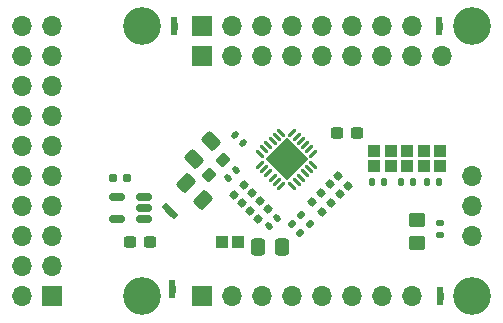
<source format=gbr>
%TF.GenerationSoftware,KiCad,Pcbnew,8.0.1*%
%TF.CreationDate,2024-04-07T09:18:40-04:00*%
%TF.ProjectId,tac5212_audio_board_single_ended,74616335-3231-4325-9f61-7564696f5f62,rev?*%
%TF.SameCoordinates,Original*%
%TF.FileFunction,Soldermask,Top*%
%TF.FilePolarity,Negative*%
%FSLAX46Y46*%
G04 Gerber Fmt 4.6, Leading zero omitted, Abs format (unit mm)*
G04 Created by KiCad (PCBNEW 8.0.1) date 2024-04-07 09:18:40*
%MOMM*%
%LPD*%
G01*
G04 APERTURE LIST*
G04 Aperture macros list*
%AMRoundRect*
0 Rectangle with rounded corners*
0 $1 Rounding radius*
0 $2 $3 $4 $5 $6 $7 $8 $9 X,Y pos of 4 corners*
0 Add a 4 corners polygon primitive as box body*
4,1,4,$2,$3,$4,$5,$6,$7,$8,$9,$2,$3,0*
0 Add four circle primitives for the rounded corners*
1,1,$1+$1,$2,$3*
1,1,$1+$1,$4,$5*
1,1,$1+$1,$6,$7*
1,1,$1+$1,$8,$9*
0 Add four rect primitives between the rounded corners*
20,1,$1+$1,$2,$3,$4,$5,0*
20,1,$1+$1,$4,$5,$6,$7,0*
20,1,$1+$1,$6,$7,$8,$9,0*
20,1,$1+$1,$8,$9,$2,$3,0*%
%AMRotRect*
0 Rectangle, with rotation*
0 The origin of the aperture is its center*
0 $1 length*
0 $2 width*
0 $3 Rotation angle, in degrees counterclockwise*
0 Add horizontal line*
21,1,$1,$2,0,0,$3*%
G04 Aperture macros list end*
%ADD10C,0.010000*%
%ADD11RoundRect,0.135000X-0.185000X0.135000X-0.185000X-0.135000X0.185000X-0.135000X0.185000X0.135000X0*%
%ADD12RoundRect,0.160000X-0.197500X-0.160000X0.197500X-0.160000X0.197500X0.160000X-0.197500X0.160000X0*%
%ADD13RoundRect,0.250000X-0.450000X0.350000X-0.450000X-0.350000X0.450000X-0.350000X0.450000X0.350000X0*%
%ADD14RoundRect,0.237500X-0.044194X-0.380070X0.380070X0.044194X0.044194X0.380070X-0.380070X-0.044194X0*%
%ADD15RoundRect,0.250000X-0.097227X0.574524X-0.574524X0.097227X0.097227X-0.574524X0.574524X-0.097227X0*%
%ADD16RoundRect,0.250000X0.337500X0.475000X-0.337500X0.475000X-0.337500X-0.475000X0.337500X-0.475000X0*%
%ADD17RoundRect,0.250000X0.574524X0.097227X0.097227X0.574524X-0.574524X-0.097227X-0.097227X-0.574524X0*%
%ADD18RoundRect,0.237500X-0.300000X-0.237500X0.300000X-0.237500X0.300000X0.237500X-0.300000X0.237500X0*%
%ADD19RoundRect,0.160000X0.252791X-0.026517X-0.026517X0.252791X-0.252791X0.026517X0.026517X-0.252791X0*%
%ADD20RoundRect,0.135000X-0.226274X-0.035355X-0.035355X-0.226274X0.226274X0.035355X0.035355X0.226274X0*%
%ADD21R,1.000000X1.000000*%
%ADD22R,1.700000X1.700000*%
%ADD23O,1.700000X1.700000*%
%ADD24C,3.200000*%
%ADD25RoundRect,0.160000X-0.026517X-0.252791X0.252791X0.026517X0.026517X0.252791X-0.252791X-0.026517X0*%
%ADD26RoundRect,0.140000X0.219203X0.021213X0.021213X0.219203X-0.219203X-0.021213X-0.021213X-0.219203X0*%
%ADD27RoundRect,0.150000X0.512500X0.150000X-0.512500X0.150000X-0.512500X-0.150000X0.512500X-0.150000X0*%
%ADD28R,0.508000X0.500000*%
%ADD29R,0.508000X0.508000*%
%ADD30RoundRect,0.140000X-0.021213X0.219203X-0.219203X0.021213X0.021213X-0.219203X0.219203X-0.021213X0*%
%ADD31RotRect,0.508000X0.508000X315.000000*%
%ADD32RoundRect,0.135000X-0.135000X-0.185000X0.135000X-0.185000X0.135000X0.185000X-0.135000X0.185000X0*%
%ADD33RoundRect,0.135000X0.135000X0.185000X-0.135000X0.185000X-0.135000X-0.185000X0.135000X-0.185000X0*%
%ADD34RoundRect,0.062500X-0.220971X-0.309359X0.309359X0.220971X0.220971X0.309359X-0.309359X-0.220971X0*%
%ADD35RoundRect,0.062500X0.220971X-0.309359X0.309359X-0.220971X-0.220971X0.309359X-0.309359X0.220971X0*%
%ADD36RotRect,2.600000X2.600000X45.000000*%
%ADD37RoundRect,0.135000X0.226274X0.035355X0.035355X0.226274X-0.226274X-0.035355X-0.035355X-0.226274X0*%
G04 APERTURE END LIST*
D10*
%TO.C,E1*%
X99954000Y-99954000D02*
X99446000Y-99954000D01*
X99446000Y-99446000D01*
X99954000Y-99446000D01*
X99954000Y-99954000D01*
G36*
X99954000Y-99954000D02*
G01*
X99446000Y-99954000D01*
X99446000Y-99446000D01*
X99954000Y-99446000D01*
X99954000Y-99954000D01*
G37*
%TO.C,E2*%
X122354000Y-99954000D02*
X121846000Y-99954000D01*
X121846000Y-99446000D01*
X122354000Y-99446000D01*
X122354000Y-99954000D01*
G36*
X122354000Y-99954000D02*
G01*
X121846000Y-99954000D01*
X121846000Y-99446000D01*
X122354000Y-99446000D01*
X122354000Y-99954000D01*
G37*
%TO.C,DOUT1*%
X99659210Y-115400000D02*
X99300000Y-115759210D01*
X98940790Y-115400000D01*
X99300000Y-115040790D01*
X99659210Y-115400000D01*
G36*
X99659210Y-115400000D02*
G01*
X99300000Y-115759210D01*
X98940790Y-115400000D01*
X99300000Y-115040790D01*
X99659210Y-115400000D01*
G37*
%TO.C,G2*%
X122454000Y-122854000D02*
X121946000Y-122854000D01*
X121946000Y-122346000D01*
X122454000Y-122346000D01*
X122454000Y-122854000D01*
G36*
X122454000Y-122854000D02*
G01*
X121946000Y-122854000D01*
X121946000Y-122346000D01*
X122454000Y-122346000D01*
X122454000Y-122854000D01*
G37*
%TO.C,G1*%
X99754000Y-122254000D02*
X99246000Y-122254000D01*
X99246000Y-121746000D01*
X99754000Y-121746000D01*
X99754000Y-122254000D01*
G36*
X99754000Y-122254000D02*
G01*
X99246000Y-122254000D01*
X99246000Y-121746000D01*
X99754000Y-121746000D01*
X99754000Y-122254000D01*
G37*
%TD*%
D11*
%TO.C,R5*%
X122200000Y-116390000D03*
X122200000Y-117410000D03*
%TD*%
D12*
%TO.C,R1*%
X94502500Y-112600000D03*
X95697500Y-112600000D03*
%TD*%
D13*
%TO.C,D7*%
X120200000Y-116100000D03*
X120200000Y-118100000D03*
%TD*%
D14*
%TO.C,C17*%
X102590120Y-112309880D03*
X103809880Y-111090120D03*
%TD*%
D15*
%TO.C,C13*%
X102833623Y-109466377D03*
X101366377Y-110933623D03*
%TD*%
D16*
%TO.C,C12*%
X108818261Y-118400000D03*
X106743261Y-118400000D03*
%TD*%
D17*
%TO.C,C10*%
X102133623Y-114433623D03*
X100666377Y-112966377D03*
%TD*%
D18*
%TO.C,C1*%
X95937500Y-118000000D03*
X97662500Y-118000000D03*
%TD*%
D19*
%TO.C,R102*%
X112937059Y-114705168D03*
X112092067Y-113860176D03*
%TD*%
D20*
%TO.C,R109*%
X109617194Y-116508362D03*
X110338442Y-117229610D03*
%TD*%
D21*
%TO.C,ADD1*%
X122200000Y-110300000D03*
X122200000Y-111600000D03*
%TD*%
D22*
%TO.C,board_outline1*%
X89337500Y-122600000D03*
D23*
X86797500Y-122600000D03*
X89337500Y-120060000D03*
X86797500Y-120060000D03*
X89337500Y-117520000D03*
X86797500Y-117520000D03*
X89337500Y-114980000D03*
X86797500Y-114980000D03*
X89337500Y-112440000D03*
X86797500Y-112440000D03*
X89337500Y-109900000D03*
X86797500Y-109900000D03*
X89337500Y-107360000D03*
X86797500Y-107360000D03*
X89337500Y-104820000D03*
X86797500Y-104820000D03*
X89337500Y-102280000D03*
X86797500Y-102280000D03*
X89337500Y-99740000D03*
X86797500Y-99740000D03*
D22*
X102047500Y-102285000D03*
X102047500Y-99745000D03*
D23*
X104587500Y-102285000D03*
X104587500Y-99745000D03*
X107127500Y-102285000D03*
X107127500Y-99745000D03*
X109667500Y-102285000D03*
X109667500Y-99745000D03*
X112207500Y-102285000D03*
X112207500Y-99745000D03*
X114747500Y-102285000D03*
X114747500Y-99745000D03*
X117287500Y-102285000D03*
X117287500Y-99745000D03*
X119827500Y-102285000D03*
X119827500Y-99745000D03*
D22*
X102047500Y-122605000D03*
D23*
X104587500Y-122605000D03*
X107127500Y-122605000D03*
X109667500Y-122605000D03*
X112207500Y-122605000D03*
X114747500Y-122605000D03*
X117287500Y-122605000D03*
X119827500Y-122605000D03*
X124892500Y-117525000D03*
X124892500Y-114985000D03*
X124892500Y-112445000D03*
X122352500Y-102285000D03*
D24*
X96952500Y-99745000D03*
X124892500Y-99745000D03*
X96952500Y-122605000D03*
X124892500Y-122605000D03*
%TD*%
D21*
%TO.C,ADD1001*%
X116600000Y-111600000D03*
X116600000Y-110300000D03*
%TD*%
D19*
%TO.C,R101*%
X113677789Y-113964439D03*
X112832797Y-113119447D03*
%TD*%
%TO.C,R103*%
X112157509Y-115484718D03*
X111312517Y-114639726D03*
%TD*%
D25*
%TO.C,R104*%
X105445334Y-114708704D03*
X106290326Y-113863712D03*
%TD*%
D21*
%TO.C,ADD1002*%
X118000000Y-111600000D03*
X118000000Y-110300000D03*
%TD*%
D26*
%TO.C,C15*%
X105478822Y-109578822D03*
X104800000Y-108900000D03*
%TD*%
D21*
%TO.C,ADD1003*%
X119400000Y-111600000D03*
X119400000Y-110300000D03*
%TD*%
D27*
%TO.C,U1*%
X97137500Y-116050000D03*
X97137500Y-115100000D03*
X97137500Y-114150000D03*
X94862500Y-114150000D03*
X94862500Y-116050000D03*
%TD*%
D25*
%TO.C,R106*%
X106788837Y-116052207D03*
X107633829Y-115207215D03*
%TD*%
D28*
%TO.C,E1*%
X99700000Y-99196000D03*
D29*
X99700000Y-100200000D03*
%TD*%
D18*
%TO.C,C2*%
X113437500Y-108800000D03*
X115162500Y-108800000D03*
%TD*%
D30*
%TO.C,C11*%
X104937914Y-111892722D03*
X104259092Y-112571544D03*
%TD*%
%TO.C,C14*%
X108425718Y-115946212D03*
X107746896Y-116625034D03*
%TD*%
D28*
%TO.C,E2*%
X122100000Y-99196000D03*
D29*
X122100000Y-100200000D03*
%TD*%
D21*
%TO.C,ADD1004*%
X120800000Y-111600000D03*
X120800000Y-110300000D03*
%TD*%
D31*
%TO.C,DOUT1*%
X99653553Y-115753553D03*
X98946447Y-115046447D03*
%TD*%
D19*
%TO.C,R100*%
X114420251Y-113221977D03*
X113575259Y-112376985D03*
%TD*%
D32*
%TO.C,R41*%
X121090000Y-112900000D03*
X122110000Y-112900000D03*
%TD*%
D33*
%TO.C,R40*%
X117410000Y-112900000D03*
X116390000Y-112900000D03*
%TD*%
D25*
%TO.C,R107*%
X104773583Y-114036952D03*
X105618575Y-113191960D03*
%TD*%
D21*
%TO.C,PU_EN1001*%
X103750000Y-118000000D03*
X105050000Y-118000000D03*
%TD*%
D25*
%TO.C,R105*%
X106117086Y-115380455D03*
X106962078Y-114535463D03*
%TD*%
D34*
%TO.C,J1002*%
X106946097Y-111486136D03*
X107299651Y-111839689D03*
X107653204Y-112193243D03*
X108006757Y-112546796D03*
X108360311Y-112900349D03*
X108713864Y-113253903D03*
D35*
X109686136Y-113253903D03*
X110039689Y-112900349D03*
X110393243Y-112546796D03*
X110746796Y-112193243D03*
X111100349Y-111839689D03*
X111453903Y-111486136D03*
D34*
X111453903Y-110513864D03*
X111100349Y-110160311D03*
X110746796Y-109806757D03*
X110393243Y-109453204D03*
X110039689Y-109099651D03*
X109686136Y-108746097D03*
D35*
X108713864Y-108746097D03*
X108360311Y-109099651D03*
X108006757Y-109453204D03*
X107653204Y-109806757D03*
X107299651Y-110160311D03*
X106946097Y-110513864D03*
D36*
X109200000Y-111000000D03*
%TD*%
D28*
%TO.C,G2*%
X122200000Y-123104000D03*
D29*
X122200000Y-122100000D03*
%TD*%
D33*
%TO.C,R42*%
X119910000Y-112900000D03*
X118890000Y-112900000D03*
%TD*%
D28*
%TO.C,G1*%
X99500000Y-122504000D03*
D29*
X99500000Y-121500000D03*
%TD*%
D37*
%TO.C,R108*%
X111141385Y-116460624D03*
X110420137Y-115739376D03*
%TD*%
M02*

</source>
